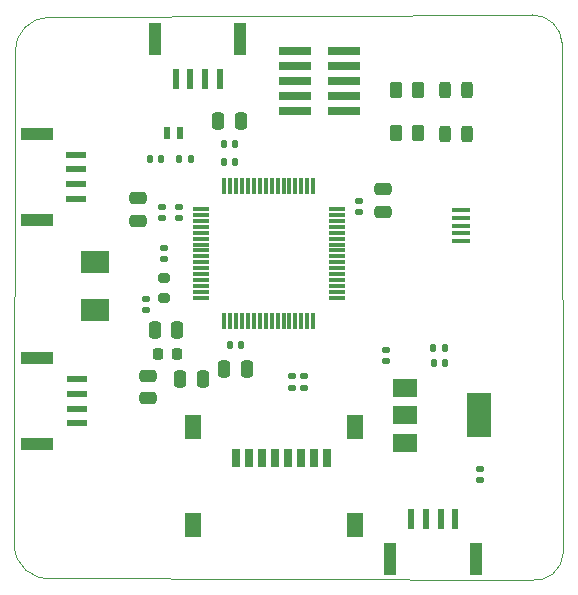
<source format=gbr>
%TF.GenerationSoftware,KiCad,Pcbnew,(6.0.7)*%
%TF.CreationDate,2022-11-05T01:20:28+05:30*%
%TF.ProjectId,Interface_PCB,496e7465-7266-4616-9365-5f5043422e6b,rev?*%
%TF.SameCoordinates,Original*%
%TF.FileFunction,Paste,Top*%
%TF.FilePolarity,Positive*%
%FSLAX46Y46*%
G04 Gerber Fmt 4.6, Leading zero omitted, Abs format (unit mm)*
G04 Created by KiCad (PCBNEW (6.0.7)) date 2022-11-05 01:20:28*
%MOMM*%
%LPD*%
G01*
G04 APERTURE LIST*
G04 Aperture macros list*
%AMRoundRect*
0 Rectangle with rounded corners*
0 $1 Rounding radius*
0 $2 $3 $4 $5 $6 $7 $8 $9 X,Y pos of 4 corners*
0 Add a 4 corners polygon primitive as box body*
4,1,4,$2,$3,$4,$5,$6,$7,$8,$9,$2,$3,0*
0 Add four circle primitives for the rounded corners*
1,1,$1+$1,$2,$3*
1,1,$1+$1,$4,$5*
1,1,$1+$1,$6,$7*
1,1,$1+$1,$8,$9*
0 Add four rect primitives between the rounded corners*
20,1,$1+$1,$2,$3,$4,$5,0*
20,1,$1+$1,$4,$5,$6,$7,0*
20,1,$1+$1,$6,$7,$8,$9,0*
20,1,$1+$1,$8,$9,$2,$3,0*%
G04 Aperture macros list end*
%TA.AperFunction,Profile*%
%ADD10C,0.100000*%
%TD*%
%ADD11RoundRect,0.218750X-0.218750X-0.256250X0.218750X-0.256250X0.218750X0.256250X-0.218750X0.256250X0*%
%ADD12R,1.475000X0.300000*%
%ADD13R,0.300000X1.475000*%
%ADD14R,1.700000X0.600000*%
%ADD15R,2.800000X1.000000*%
%ADD16RoundRect,0.250000X-0.250000X-0.475000X0.250000X-0.475000X0.250000X0.475000X-0.250000X0.475000X0*%
%ADD17RoundRect,0.250000X0.250000X0.475000X-0.250000X0.475000X-0.250000X-0.475000X0.250000X-0.475000X0*%
%ADD18RoundRect,0.140000X-0.140000X-0.170000X0.140000X-0.170000X0.140000X0.170000X-0.140000X0.170000X0*%
%ADD19RoundRect,0.250000X-0.475000X0.250000X-0.475000X-0.250000X0.475000X-0.250000X0.475000X0.250000X0*%
%ADD20R,0.800000X1.500000*%
%ADD21R,1.450000X2.000000*%
%ADD22RoundRect,0.140000X-0.170000X0.140000X-0.170000X-0.140000X0.170000X-0.140000X0.170000X0.140000X0*%
%ADD23R,2.400000X1.900000*%
%ADD24RoundRect,0.200000X-0.275000X0.200000X-0.275000X-0.200000X0.275000X-0.200000X0.275000X0.200000X0*%
%ADD25RoundRect,0.250000X-0.262500X-0.450000X0.262500X-0.450000X0.262500X0.450000X-0.262500X0.450000X0*%
%ADD26RoundRect,0.140000X0.140000X0.170000X-0.140000X0.170000X-0.140000X-0.170000X0.140000X-0.170000X0*%
%ADD27R,0.500000X1.000000*%
%ADD28RoundRect,0.135000X-0.185000X0.135000X-0.185000X-0.135000X0.185000X-0.135000X0.185000X0.135000X0*%
%ADD29RoundRect,0.243750X0.243750X0.456250X-0.243750X0.456250X-0.243750X-0.456250X0.243750X-0.456250X0*%
%ADD30R,0.600000X1.700000*%
%ADD31R,1.000000X2.800000*%
%ADD32R,2.000000X1.500000*%
%ADD33R,2.000000X3.800000*%
%ADD34RoundRect,0.147500X-0.147500X-0.172500X0.147500X-0.172500X0.147500X0.172500X-0.147500X0.172500X0*%
%ADD35R,2.790000X0.740000*%
%ADD36R,1.500000X0.450000*%
G04 APERTURE END LIST*
D10*
X117094000Y-83007162D02*
G75*
G03*
X114147600Y-86004400I-400J-2946438D01*
G01*
X117246400Y-130530600D02*
X157748260Y-130697260D01*
X160477221Y-85216999D02*
G75*
G03*
X157962600Y-82829400I-2514621J-130401D01*
G01*
X157748256Y-130697285D02*
G75*
G03*
X160578800Y-128371600I379644J2423285D01*
G01*
X114096800Y-127736600D02*
X114147600Y-86004400D01*
X117094000Y-83007200D02*
X157962600Y-82829400D01*
X160477200Y-85217000D02*
X160578800Y-128371600D01*
X114096788Y-127736600D02*
G75*
G03*
X117246400Y-130530600I2834212J22700D01*
G01*
D11*
%TO.C,LMS1*%
X126263300Y-111506000D03*
X127838300Y-111506000D03*
%TD*%
D12*
%TO.C,IC1*%
X129898000Y-99272400D03*
X129898000Y-99772400D03*
X129898000Y-100272400D03*
X129898000Y-100772400D03*
X129898000Y-101272400D03*
X129898000Y-101772400D03*
X129898000Y-102272400D03*
X129898000Y-102772400D03*
X129898000Y-103272400D03*
X129898000Y-103772400D03*
X129898000Y-104272400D03*
X129898000Y-104772400D03*
X129898000Y-105272400D03*
X129898000Y-105772400D03*
X129898000Y-106272400D03*
X129898000Y-106772400D03*
D13*
X131886000Y-108760400D03*
X132386000Y-108760400D03*
X132886000Y-108760400D03*
X133386000Y-108760400D03*
X133886000Y-108760400D03*
X134386000Y-108760400D03*
X134886000Y-108760400D03*
X135386000Y-108760400D03*
X135886000Y-108760400D03*
X136386000Y-108760400D03*
X136886000Y-108760400D03*
X137386000Y-108760400D03*
X137886000Y-108760400D03*
X138386000Y-108760400D03*
X138886000Y-108760400D03*
X139386000Y-108760400D03*
D12*
X141374000Y-106772400D03*
X141374000Y-106272400D03*
X141374000Y-105772400D03*
X141374000Y-105272400D03*
X141374000Y-104772400D03*
X141374000Y-104272400D03*
X141374000Y-103772400D03*
X141374000Y-103272400D03*
X141374000Y-102772400D03*
X141374000Y-102272400D03*
X141374000Y-101772400D03*
X141374000Y-101272400D03*
X141374000Y-100772400D03*
X141374000Y-100272400D03*
X141374000Y-99772400D03*
X141374000Y-99272400D03*
D13*
X139386000Y-97284400D03*
X138886000Y-97284400D03*
X138386000Y-97284400D03*
X137886000Y-97284400D03*
X137386000Y-97284400D03*
X136886000Y-97284400D03*
X136386000Y-97284400D03*
X135886000Y-97284400D03*
X135386000Y-97284400D03*
X134886000Y-97284400D03*
X134386000Y-97284400D03*
X133886000Y-97284400D03*
X133386000Y-97284400D03*
X132886000Y-97284400D03*
X132386000Y-97284400D03*
X131886000Y-97284400D03*
%TD*%
D14*
%TO.C,I2C2*%
X119395400Y-117418600D03*
X119395400Y-116168600D03*
X119395400Y-114918600D03*
X119395400Y-113668600D03*
D15*
X116045400Y-119168600D03*
X116045400Y-111918600D03*
%TD*%
D16*
%TO.C,CB3*%
X131355600Y-91793600D03*
X133255600Y-91793600D03*
%TD*%
D17*
%TO.C,CB2*%
X133755600Y-112793600D03*
X131855600Y-112793600D03*
%TD*%
D18*
%TO.C,CD6*%
X131825600Y-93793600D03*
X132785600Y-93793600D03*
%TD*%
D16*
%TO.C,CMS1*%
X128132800Y-113690400D03*
X130032800Y-113690400D03*
%TD*%
D19*
%TO.C,CMS2*%
X125374400Y-113400800D03*
X125374400Y-115300800D03*
%TD*%
D20*
%TO.C,SPI*%
X132855600Y-120343600D03*
X133955600Y-120343600D03*
X135055600Y-120343600D03*
X136155600Y-120343600D03*
X137255600Y-120343600D03*
X138355600Y-120343600D03*
X139455600Y-120343600D03*
X140555600Y-120343600D03*
D21*
X129180600Y-117743600D03*
X142930600Y-117743600D03*
X129180600Y-126043600D03*
X142930600Y-126043600D03*
%TD*%
D22*
%TO.C,CR2*%
X153543000Y-121287600D03*
X153543000Y-122247600D03*
%TD*%
D23*
%TO.C,Y2*%
X120954800Y-107841000D03*
X120954800Y-103741000D03*
%TD*%
D24*
%TO.C,RExt1*%
X126805600Y-105118400D03*
X126805600Y-106768400D03*
%TD*%
D17*
%TO.C,CMS3*%
X127873800Y-109524800D03*
X125973800Y-109524800D03*
%TD*%
D25*
%TO.C,R2*%
X146432900Y-89179400D03*
X148257900Y-89179400D03*
%TD*%
D18*
%TO.C,Cl1*%
X125575600Y-95043600D03*
X126535600Y-95043600D03*
%TD*%
D19*
%TO.C,CB1*%
X124555600Y-98343600D03*
X124555600Y-100243600D03*
%TD*%
D26*
%TO.C,Cl2*%
X129035600Y-95043600D03*
X128075600Y-95043600D03*
%TD*%
D27*
%TO.C,Y1*%
X127005600Y-92793600D03*
X128105600Y-92793600D03*
%TD*%
D25*
%TO.C,R1*%
X146407500Y-92811600D03*
X148232500Y-92811600D03*
%TD*%
D22*
%TO.C,CR1*%
X145542000Y-111203800D03*
X145542000Y-112163800D03*
%TD*%
D28*
%TO.C,RSPI1*%
X137591800Y-113434400D03*
X137591800Y-114454400D03*
%TD*%
D29*
%TO.C,D2*%
X152448500Y-89179400D03*
X150573500Y-89179400D03*
%TD*%
D22*
%TO.C,Cl4*%
X126805600Y-102563600D03*
X126805600Y-103523600D03*
%TD*%
%TO.C,CD3*%
X143305600Y-98563600D03*
X143305600Y-99523600D03*
%TD*%
%TO.C,Cl3*%
X125222000Y-106857800D03*
X125222000Y-107817800D03*
%TD*%
%TO.C,CD5*%
X126555600Y-99063600D03*
X126555600Y-100023600D03*
%TD*%
D14*
%TO.C,USART2*%
X119327600Y-98418600D03*
X119327600Y-97168600D03*
X119327600Y-95918600D03*
X119327600Y-94668600D03*
D15*
X115977600Y-100168600D03*
X115977600Y-92918600D03*
%TD*%
D30*
%TO.C,I2C1*%
X151430600Y-125521600D03*
X150180600Y-125521600D03*
X148930600Y-125521600D03*
X147680600Y-125521600D03*
D31*
X153180600Y-128871600D03*
X145930600Y-128871600D03*
%TD*%
D28*
%TO.C,RSPI2*%
X138633200Y-113434400D03*
X138633200Y-114454400D03*
%TD*%
D18*
%TO.C,CD2*%
X131825600Y-95293600D03*
X132785600Y-95293600D03*
%TD*%
D30*
%TO.C,USART1*%
X127741200Y-88255000D03*
X128991200Y-88255000D03*
X130241200Y-88255000D03*
X131491200Y-88255000D03*
D31*
X125991200Y-84905000D03*
X133241200Y-84905000D03*
%TD*%
D22*
%TO.C,CD1*%
X128055600Y-99063600D03*
X128055600Y-100023600D03*
%TD*%
D29*
%TO.C,D1*%
X152397700Y-92887800D03*
X150522700Y-92887800D03*
%TD*%
D32*
%TO.C,U1*%
X147141800Y-114438400D03*
D33*
X153441800Y-116738400D03*
D32*
X147141800Y-116738400D03*
X147141800Y-119038400D03*
%TD*%
D26*
%TO.C,CD4*%
X133285600Y-110793600D03*
X132325600Y-110793600D03*
%TD*%
D34*
%TO.C,LR1*%
X149578200Y-111023400D03*
X150548200Y-111023400D03*
%TD*%
D19*
%TO.C,CB4*%
X145305600Y-97593600D03*
X145305600Y-99493600D03*
%TD*%
D35*
%TO.C,JTAG*%
X141967900Y-90982800D03*
X137897900Y-90982800D03*
X141967900Y-89712800D03*
X137897900Y-89712800D03*
X141967900Y-88442800D03*
X137897900Y-88442800D03*
X141967900Y-87172800D03*
X137897900Y-87172800D03*
X141967900Y-85902800D03*
X137897900Y-85902800D03*
%TD*%
D36*
%TO.C,USB*%
X151929400Y-101985600D03*
X151929400Y-101335600D03*
X151929400Y-100685600D03*
X151929400Y-100035600D03*
X151929400Y-99385600D03*
%TD*%
D26*
%TO.C,CR3*%
X150568600Y-112318800D03*
X149608600Y-112318800D03*
%TD*%
M02*

</source>
